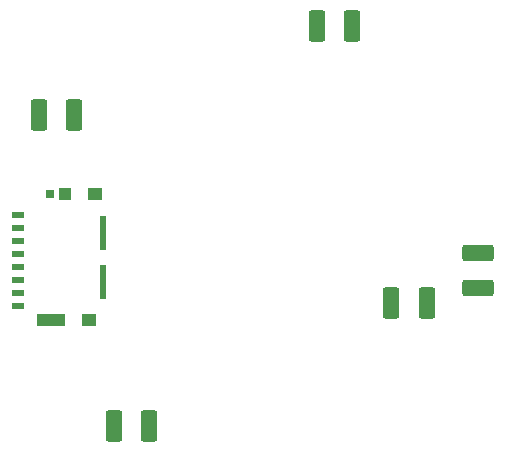
<source format=gbr>
%TF.GenerationSoftware,KiCad,Pcbnew,(6.0.2)*%
%TF.CreationDate,2022-04-05T13:26:03-06:00*%
%TF.ProjectId,DB25m_F4Lite_THTV1,44423235-6d5f-4463-944c-6974655f5448,rev?*%
%TF.SameCoordinates,Original*%
%TF.FileFunction,Paste,Bot*%
%TF.FilePolarity,Positive*%
%FSLAX46Y46*%
G04 Gerber Fmt 4.6, Leading zero omitted, Abs format (unit mm)*
G04 Created by KiCad (PCBNEW (6.0.2)) date 2022-04-05 13:26:03*
%MOMM*%
%LPD*%
G01*
G04 APERTURE LIST*
G04 Aperture macros list*
%AMRoundRect*
0 Rectangle with rounded corners*
0 $1 Rounding radius*
0 $2 $3 $4 $5 $6 $7 $8 $9 X,Y pos of 4 corners*
0 Add a 4 corners polygon primitive as box body*
4,1,4,$2,$3,$4,$5,$6,$7,$8,$9,$2,$3,0*
0 Add four circle primitives for the rounded corners*
1,1,$1+$1,$2,$3*
1,1,$1+$1,$4,$5*
1,1,$1+$1,$6,$7*
1,1,$1+$1,$8,$9*
0 Add four rect primitives between the rounded corners*
20,1,$1+$1,$2,$3,$4,$5,0*
20,1,$1+$1,$4,$5,$6,$7,0*
20,1,$1+$1,$6,$7,$8,$9,0*
20,1,$1+$1,$8,$9,$2,$3,0*%
G04 Aperture macros list end*
%ADD10RoundRect,0.250001X-0.462499X-1.074999X0.462499X-1.074999X0.462499X1.074999X-0.462499X1.074999X0*%
%ADD11RoundRect,0.250001X0.462499X1.074999X-0.462499X1.074999X-0.462499X-1.074999X0.462499X-1.074999X0*%
%ADD12RoundRect,0.250001X-1.074999X0.462499X-1.074999X-0.462499X1.074999X-0.462499X1.074999X0.462499X0*%
%ADD13R,1.000000X0.500000*%
%ADD14R,0.780000X0.720000*%
%ADD15R,1.080000X1.050000*%
%ADD16R,1.200000X1.050000*%
%ADD17R,2.390000X1.050000*%
%ADD18R,0.550000X2.910000*%
G04 APERTURE END LIST*
D10*
%TO.C,C5*%
X118865000Y-89720000D03*
X115890000Y-89720000D03*
%TD*%
D11*
%TO.C,C4*%
X109547000Y-63383160D03*
X112522000Y-63383160D03*
%TD*%
D12*
%TO.C,C1*%
X146764914Y-78103742D03*
X146764914Y-75128742D03*
%TD*%
D11*
%TO.C,C3*%
X133089320Y-55928260D03*
X136064320Y-55928260D03*
%TD*%
D10*
%TO.C,C2*%
X142373915Y-79310243D03*
X139398915Y-79310243D03*
%TD*%
D13*
%TO.C,J5*%
X107777153Y-71901202D03*
X107777153Y-73001202D03*
X107777153Y-74101202D03*
X107777153Y-75201202D03*
X107777153Y-76301202D03*
X107777153Y-77401202D03*
X107777153Y-78501202D03*
X107777153Y-79601202D03*
D14*
X110457153Y-70141202D03*
D15*
X111727153Y-70141202D03*
D16*
X114337153Y-70131202D03*
X113767153Y-80776202D03*
D17*
X110582153Y-80776202D03*
D18*
X115012153Y-77596202D03*
X115012153Y-73406202D03*
%TD*%
M02*

</source>
